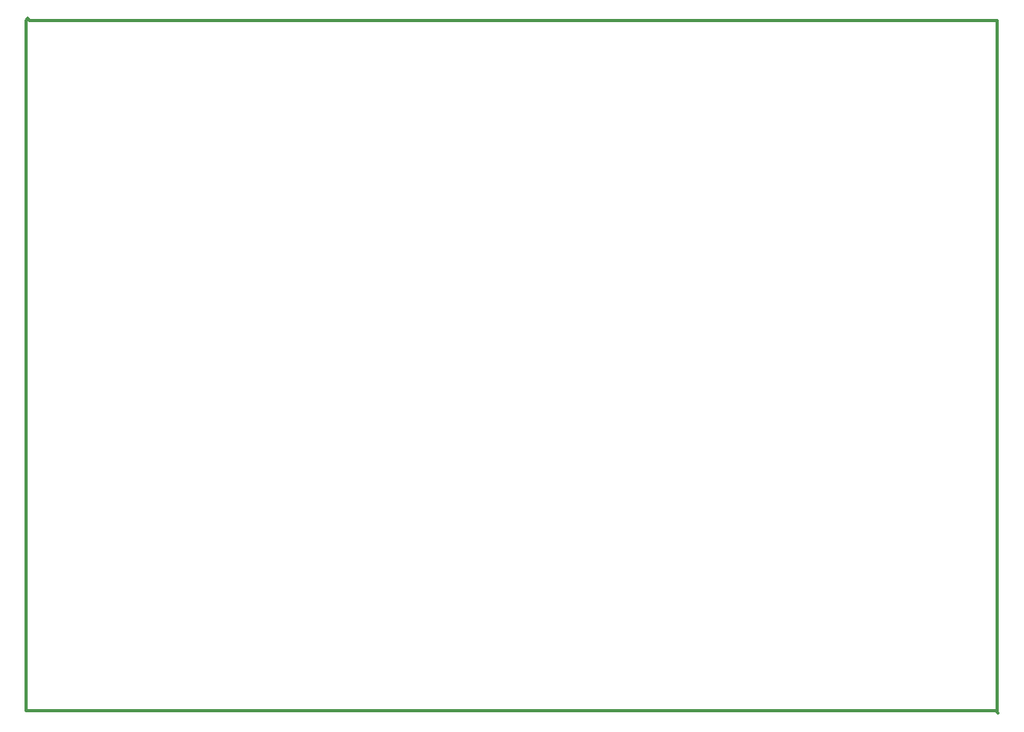
<source format=gko>
%FSLAX44Y44*%
%MOMM*%
G71*
G01*
G75*
G04 Layer_Color=16711935*
%ADD10R,1.3000X0.9000*%
G04:AMPARAMS|DCode=11|XSize=1mm|YSize=1.25mm|CornerRadius=0.25mm|HoleSize=0mm|Usage=FLASHONLY|Rotation=270.000|XOffset=0mm|YOffset=0mm|HoleType=Round|Shape=RoundedRectangle|*
%AMROUNDEDRECTD11*
21,1,1.0000,0.7500,0,0,270.0*
21,1,0.5000,1.2500,0,0,270.0*
1,1,0.5000,-0.3750,-0.2500*
1,1,0.5000,-0.3750,0.2500*
1,1,0.5000,0.3750,0.2500*
1,1,0.5000,0.3750,-0.2500*
%
%ADD11ROUNDEDRECTD11*%
G04:AMPARAMS|DCode=12|XSize=1mm|YSize=1.25mm|CornerRadius=0.25mm|HoleSize=0mm|Usage=FLASHONLY|Rotation=0.000|XOffset=0mm|YOffset=0mm|HoleType=Round|Shape=RoundedRectangle|*
%AMROUNDEDRECTD12*
21,1,1.0000,0.7500,0,0,0.0*
21,1,0.5000,1.2500,0,0,0.0*
1,1,0.5000,0.2500,-0.3750*
1,1,0.5000,-0.2500,-0.3750*
1,1,0.5000,-0.2500,0.3750*
1,1,0.5000,0.2500,0.3750*
%
%ADD12ROUNDEDRECTD12*%
G04:AMPARAMS|DCode=13|XSize=3mm|YSize=2mm|CornerRadius=0.25mm|HoleSize=0mm|Usage=FLASHONLY|Rotation=0.000|XOffset=0mm|YOffset=0mm|HoleType=Round|Shape=RoundedRectangle|*
%AMROUNDEDRECTD13*
21,1,3.0000,1.5000,0,0,0.0*
21,1,2.5000,2.0000,0,0,0.0*
1,1,0.5000,1.2500,-0.7500*
1,1,0.5000,-1.2500,-0.7500*
1,1,0.5000,-1.2500,0.7500*
1,1,0.5000,1.2500,0.7500*
%
%ADD13ROUNDEDRECTD13*%
%ADD14R,0.9000X1.3000*%
%ADD15R,0.7000X1.3000*%
%ADD16R,1.3000X0.7000*%
G04:AMPARAMS|DCode=17|XSize=1.3208mm|YSize=0.6096mm|CornerRadius=0.1524mm|HoleSize=0mm|Usage=FLASHONLY|Rotation=180.000|XOffset=0mm|YOffset=0mm|HoleType=Round|Shape=RoundedRectangle|*
%AMROUNDEDRECTD17*
21,1,1.3208,0.3048,0,0,180.0*
21,1,1.0160,0.6096,0,0,180.0*
1,1,0.3048,-0.5080,0.1524*
1,1,0.3048,0.5080,0.1524*
1,1,0.3048,0.5080,-0.1524*
1,1,0.3048,-0.5080,-0.1524*
%
%ADD17ROUNDEDRECTD17*%
%ADD18R,1.2700X0.6096*%
%ADD19R,3.0000X2.0000*%
%ADD20O,1.8000X0.3000*%
%ADD21O,0.3000X1.8000*%
%ADD22R,3.6000X2.2000*%
%ADD23R,1.2190X2.2350*%
G04:AMPARAMS|DCode=24|XSize=1.3208mm|YSize=0.6096mm|CornerRadius=0.1524mm|HoleSize=0mm|Usage=FLASHONLY|Rotation=90.000|XOffset=0mm|YOffset=0mm|HoleType=Round|Shape=RoundedRectangle|*
%AMROUNDEDRECTD24*
21,1,1.3208,0.3048,0,0,90.0*
21,1,1.0160,0.6096,0,0,90.0*
1,1,0.3048,0.1524,0.5080*
1,1,0.3048,0.1524,-0.5080*
1,1,0.3048,-0.1524,-0.5080*
1,1,0.3048,-0.1524,0.5080*
%
%ADD24ROUNDEDRECTD24*%
%ADD25R,0.6096X1.2700*%
%ADD26C,0.7000*%
%ADD27C,1.0000*%
%ADD28C,0.5000*%
%ADD29C,0.3000*%
%ADD30C,1.3000*%
%ADD31C,1.5000*%
%ADD32C,0.2540*%
%ADD33P,1.6236X8X202.5*%
%ADD34C,1.5000*%
%ADD35P,1.6236X8X292.5*%
%ADD36C,2.0000*%
G04:AMPARAMS|DCode=37|XSize=1.5mm|YSize=1.5mm|CornerRadius=0.375mm|HoleSize=0mm|Usage=FLASHONLY|Rotation=270.000|XOffset=0mm|YOffset=0mm|HoleType=Round|Shape=RoundedRectangle|*
%AMROUNDEDRECTD37*
21,1,1.5000,0.7500,0,0,270.0*
21,1,0.7500,1.5000,0,0,270.0*
1,1,0.7500,-0.3750,-0.3750*
1,1,0.7500,-0.3750,0.3750*
1,1,0.7500,0.3750,0.3750*
1,1,0.7500,0.3750,-0.3750*
%
%ADD37ROUNDEDRECTD37*%
%ADD38C,4.0000*%
%ADD39C,2.5000*%
%ADD40C,5.0800*%
%ADD41R,1.5000X1.5000*%
%ADD42C,0.1270*%
%ADD43C,0.6000*%
%ADD44C,0.2500*%
%ADD45C,0.1000*%
%ADD46C,0.1250*%
%ADD47C,0.2032*%
%ADD48C,0.2000*%
%ADD49C,0.3030*%
D49*
X1111003Y209004D02*
Y950992D01*
X1109009Y211012D02*
X1111003Y209004D01*
X73988Y950992D02*
X1111003D01*
Y209004D02*
X1112000Y208000D01*
X1111003Y209004D02*
X1112000Y208000D01*
X70997Y951996D02*
X71994Y953000D01*
X73988Y950992D01*
X70000D02*
X70997Y951996D01*
X70000Y211012D02*
X1109009D01*
X70000D02*
Y950992D01*
M02*

</source>
